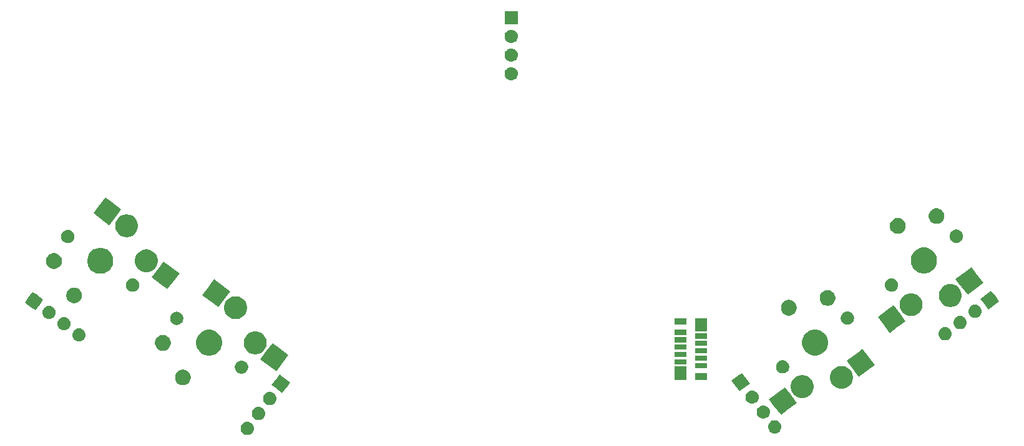
<source format=gbr>
G04 #@! TF.GenerationSoftware,KiCad,Pcbnew,(5.1.4)-1*
G04 #@! TF.CreationDate,2023-12-29T13:05:48-05:00*
G04 #@! TF.ProjectId,ThumbsUp,5468756d-6273-4557-902e-6b696361645f,rev?*
G04 #@! TF.SameCoordinates,Original*
G04 #@! TF.FileFunction,Soldermask,Bot*
G04 #@! TF.FilePolarity,Negative*
%FSLAX46Y46*%
G04 Gerber Fmt 4.6, Leading zero omitted, Abs format (unit mm)*
G04 Created by KiCad (PCBNEW (5.1.4)-1) date 2023-12-29 13:05:48*
%MOMM*%
%LPD*%
G04 APERTURE LIST*
%ADD10C,0.100000*%
G04 APERTURE END LIST*
D10*
G36*
X119344726Y-19106954D02*
G01*
X119410911Y-19113473D01*
X119580750Y-19164993D01*
X119737275Y-19248658D01*
X119773013Y-19277988D01*
X119874470Y-19361250D01*
X119952530Y-19456368D01*
X119987062Y-19498445D01*
X120070727Y-19654970D01*
X120122247Y-19824809D01*
X120139643Y-20001436D01*
X120122247Y-20178063D01*
X120070727Y-20347902D01*
X119987062Y-20504427D01*
X119957732Y-20540165D01*
X119874470Y-20641622D01*
X119798663Y-20703834D01*
X119737275Y-20754214D01*
X119580750Y-20837879D01*
X119410911Y-20889399D01*
X119344726Y-20895918D01*
X119278544Y-20902436D01*
X119190024Y-20902436D01*
X119123841Y-20895917D01*
X119057657Y-20889399D01*
X118887818Y-20837879D01*
X118731293Y-20754214D01*
X118669905Y-20703834D01*
X118594098Y-20641622D01*
X118510836Y-20540165D01*
X118481506Y-20504427D01*
X118397841Y-20347902D01*
X118346321Y-20178063D01*
X118328925Y-20001436D01*
X118346321Y-19824809D01*
X118397841Y-19654970D01*
X118481506Y-19498445D01*
X118516038Y-19456368D01*
X118594098Y-19361250D01*
X118695555Y-19277988D01*
X118731293Y-19248658D01*
X118887818Y-19164993D01*
X119057657Y-19113473D01*
X119123842Y-19106954D01*
X119190024Y-19100436D01*
X119278544Y-19100436D01*
X119344726Y-19106954D01*
X119344726Y-19106954D01*
G37*
G36*
X190904085Y-18908352D02*
G01*
X190970270Y-18914871D01*
X191140109Y-18966391D01*
X191296634Y-19050056D01*
X191332372Y-19079386D01*
X191433829Y-19162648D01*
X191517091Y-19264105D01*
X191546421Y-19299843D01*
X191630086Y-19456368D01*
X191681606Y-19626207D01*
X191699002Y-19802834D01*
X191681606Y-19979461D01*
X191630086Y-20149300D01*
X191546421Y-20305825D01*
X191517091Y-20341563D01*
X191433829Y-20443020D01*
X191359003Y-20504427D01*
X191296634Y-20555612D01*
X191140109Y-20639277D01*
X190970270Y-20690797D01*
X190904085Y-20697316D01*
X190837903Y-20703834D01*
X190749383Y-20703834D01*
X190683201Y-20697316D01*
X190617016Y-20690797D01*
X190447177Y-20639277D01*
X190290652Y-20555612D01*
X190228283Y-20504427D01*
X190153457Y-20443020D01*
X190070195Y-20341563D01*
X190040865Y-20305825D01*
X189957200Y-20149300D01*
X189905680Y-19979461D01*
X189888284Y-19802834D01*
X189905680Y-19626207D01*
X189957200Y-19456368D01*
X190040865Y-19299843D01*
X190070195Y-19264105D01*
X190153457Y-19162648D01*
X190254914Y-19079386D01*
X190290652Y-19050056D01*
X190447177Y-18966391D01*
X190617016Y-18914871D01*
X190683201Y-18908352D01*
X190749383Y-18901834D01*
X190837903Y-18901834D01*
X190904085Y-18908352D01*
X190904085Y-18908352D01*
G37*
G36*
X120873336Y-17078419D02*
G01*
X120939521Y-17084938D01*
X121109360Y-17136458D01*
X121265885Y-17220123D01*
X121301623Y-17249453D01*
X121403080Y-17332715D01*
X121481140Y-17427833D01*
X121515672Y-17469910D01*
X121599337Y-17626435D01*
X121650857Y-17796274D01*
X121668253Y-17972901D01*
X121650857Y-18149528D01*
X121599337Y-18319367D01*
X121515672Y-18475892D01*
X121486342Y-18511630D01*
X121403080Y-18613087D01*
X121327273Y-18675299D01*
X121265885Y-18725679D01*
X121109360Y-18809344D01*
X120939521Y-18860864D01*
X120873337Y-18867382D01*
X120807154Y-18873901D01*
X120718634Y-18873901D01*
X120652452Y-18867383D01*
X120586267Y-18860864D01*
X120416428Y-18809344D01*
X120259903Y-18725679D01*
X120198515Y-18675299D01*
X120122708Y-18613087D01*
X120039446Y-18511630D01*
X120010116Y-18475892D01*
X119926451Y-18319367D01*
X119874931Y-18149528D01*
X119857535Y-17972901D01*
X119874931Y-17796274D01*
X119926451Y-17626435D01*
X120010116Y-17469910D01*
X120044648Y-17427833D01*
X120122708Y-17332715D01*
X120224165Y-17249453D01*
X120259903Y-17220123D01*
X120416428Y-17136458D01*
X120586267Y-17084938D01*
X120652452Y-17078419D01*
X120718634Y-17071901D01*
X120807154Y-17071901D01*
X120873336Y-17078419D01*
X120873336Y-17078419D01*
G37*
G36*
X189375476Y-16879818D02*
G01*
X189441660Y-16886336D01*
X189611499Y-16937856D01*
X189768024Y-17021521D01*
X189803762Y-17050851D01*
X189905219Y-17134113D01*
X189988481Y-17235570D01*
X190017811Y-17271308D01*
X190101476Y-17427833D01*
X190152996Y-17597672D01*
X190170392Y-17774299D01*
X190152996Y-17950926D01*
X190101476Y-18120765D01*
X190017811Y-18277290D01*
X189988481Y-18313028D01*
X189905219Y-18414485D01*
X189830393Y-18475892D01*
X189768024Y-18527077D01*
X189611499Y-18610742D01*
X189441660Y-18662262D01*
X189375476Y-18668780D01*
X189309293Y-18675299D01*
X189220773Y-18675299D01*
X189154590Y-18668780D01*
X189088406Y-18662262D01*
X188918567Y-18610742D01*
X188762042Y-18527077D01*
X188699673Y-18475892D01*
X188624847Y-18414485D01*
X188541585Y-18313028D01*
X188512255Y-18277290D01*
X188428590Y-18120765D01*
X188377070Y-17950926D01*
X188359674Y-17774299D01*
X188377070Y-17597672D01*
X188428590Y-17427833D01*
X188512255Y-17271308D01*
X188541585Y-17235570D01*
X188624847Y-17134113D01*
X188726304Y-17050851D01*
X188762042Y-17021521D01*
X188918567Y-16937856D01*
X189088406Y-16886336D01*
X189154590Y-16879818D01*
X189220773Y-16873299D01*
X189309293Y-16873299D01*
X189375476Y-16879818D01*
X189375476Y-16879818D01*
G37*
G36*
X192930902Y-15399297D02*
G01*
X193805137Y-16559445D01*
X193805137Y-16559446D01*
X192652751Y-17427831D01*
X191647224Y-18185550D01*
X191647223Y-18185550D01*
X190707019Y-16937856D01*
X190021119Y-16027637D01*
X190021119Y-16027636D01*
X191251713Y-15100317D01*
X192179032Y-14401532D01*
X192179033Y-14401532D01*
X192930902Y-15399297D01*
X192930902Y-15399297D01*
G37*
G36*
X122401946Y-15049885D02*
G01*
X122468131Y-15056404D01*
X122637970Y-15107924D01*
X122794495Y-15191589D01*
X122830233Y-15220919D01*
X122931690Y-15304181D01*
X123009750Y-15399299D01*
X123044282Y-15441376D01*
X123127947Y-15597901D01*
X123179467Y-15767740D01*
X123196863Y-15944367D01*
X123179467Y-16120994D01*
X123127947Y-16290833D01*
X123044282Y-16447358D01*
X123014952Y-16483096D01*
X122931690Y-16584553D01*
X122855883Y-16646765D01*
X122794495Y-16697145D01*
X122637970Y-16780810D01*
X122468131Y-16832330D01*
X122401946Y-16838849D01*
X122335764Y-16845367D01*
X122247244Y-16845367D01*
X122181062Y-16838849D01*
X122114877Y-16832330D01*
X121945038Y-16780810D01*
X121788513Y-16697145D01*
X121727125Y-16646765D01*
X121651318Y-16584553D01*
X121568056Y-16483096D01*
X121538726Y-16447358D01*
X121455061Y-16290833D01*
X121403541Y-16120994D01*
X121386145Y-15944367D01*
X121403541Y-15767740D01*
X121455061Y-15597901D01*
X121538726Y-15441376D01*
X121573258Y-15399299D01*
X121651318Y-15304181D01*
X121752775Y-15220919D01*
X121788513Y-15191589D01*
X121945038Y-15107924D01*
X122114877Y-15056404D01*
X122181061Y-15049886D01*
X122247244Y-15043367D01*
X122335764Y-15043367D01*
X122401946Y-15049885D01*
X122401946Y-15049885D01*
G37*
G36*
X187846865Y-14851283D02*
G01*
X187913050Y-14857802D01*
X188082889Y-14909322D01*
X188239414Y-14992987D01*
X188275152Y-15022317D01*
X188376609Y-15105579D01*
X188459871Y-15207036D01*
X188489201Y-15242774D01*
X188572866Y-15399299D01*
X188624386Y-15569138D01*
X188641782Y-15745765D01*
X188624386Y-15922392D01*
X188572866Y-16092231D01*
X188489201Y-16248756D01*
X188459871Y-16284494D01*
X188376609Y-16385951D01*
X188301783Y-16447358D01*
X188239414Y-16498543D01*
X188082889Y-16582208D01*
X187913050Y-16633728D01*
X187846866Y-16640246D01*
X187780683Y-16646765D01*
X187692163Y-16646765D01*
X187625980Y-16640246D01*
X187559796Y-16633728D01*
X187389957Y-16582208D01*
X187233432Y-16498543D01*
X187171063Y-16447358D01*
X187096237Y-16385951D01*
X187012975Y-16284494D01*
X186983645Y-16248756D01*
X186899980Y-16092231D01*
X186848460Y-15922392D01*
X186831064Y-15745765D01*
X186848460Y-15569138D01*
X186899980Y-15399299D01*
X186983645Y-15242774D01*
X187012975Y-15207036D01*
X187096237Y-15105579D01*
X187197694Y-15022317D01*
X187233432Y-14992987D01*
X187389957Y-14909322D01*
X187559796Y-14857802D01*
X187625981Y-14851283D01*
X187692163Y-14844765D01*
X187780683Y-14844765D01*
X187846865Y-14851283D01*
X187846865Y-14851283D01*
G37*
G36*
X194831245Y-12801399D02*
G01*
X194981070Y-12831201D01*
X195263334Y-12948118D01*
X195517365Y-13117856D01*
X195733401Y-13333892D01*
X195903139Y-13587923D01*
X196020056Y-13870187D01*
X196079660Y-14169837D01*
X196079660Y-14475357D01*
X196020056Y-14775007D01*
X195903139Y-15057271D01*
X195733401Y-15311302D01*
X195517365Y-15527338D01*
X195263334Y-15697076D01*
X194981070Y-15813993D01*
X194831245Y-15843795D01*
X194681421Y-15873597D01*
X194375899Y-15873597D01*
X194226075Y-15843795D01*
X194076250Y-15813993D01*
X193793986Y-15697076D01*
X193539955Y-15527338D01*
X193323919Y-15311302D01*
X193154181Y-15057271D01*
X193037264Y-14775007D01*
X192977660Y-14475357D01*
X192977660Y-14169837D01*
X193037264Y-13870187D01*
X193154181Y-13587923D01*
X193323919Y-13333892D01*
X193539955Y-13117856D01*
X193793986Y-12948118D01*
X194076250Y-12831201D01*
X194226075Y-12801399D01*
X194375899Y-12771597D01*
X194681421Y-12771597D01*
X194831245Y-12801399D01*
X194831245Y-12801399D01*
G37*
G36*
X124046297Y-12958100D02*
G01*
X125081920Y-13738497D01*
X125081920Y-13738498D01*
X124677441Y-14275260D01*
X123997450Y-15177639D01*
X123997449Y-15177639D01*
X123065491Y-14475358D01*
X122558308Y-14093169D01*
X122558308Y-14093168D01*
X123255261Y-13168280D01*
X123642778Y-12654027D01*
X123642779Y-12654027D01*
X124046297Y-12958100D01*
X124046297Y-12958100D01*
G37*
G36*
X186963769Y-13223281D02*
G01*
X187469619Y-13894566D01*
X187469619Y-13894567D01*
X186964420Y-14275261D01*
X186030478Y-14979037D01*
X186030477Y-14979037D01*
X185194900Y-13870188D01*
X184946007Y-13539896D01*
X184946007Y-13539895D01*
X185965574Y-12771597D01*
X186385148Y-12455425D01*
X186385149Y-12455425D01*
X186963769Y-13223281D01*
X186963769Y-13223281D01*
G37*
G36*
X200148415Y-11549322D02*
G01*
X200298240Y-11579124D01*
X200580504Y-11696041D01*
X200834535Y-11865779D01*
X201050571Y-12081815D01*
X201220309Y-12335846D01*
X201337226Y-12618110D01*
X201396830Y-12917760D01*
X201396830Y-13223280D01*
X201337226Y-13522930D01*
X201220309Y-13805194D01*
X201050571Y-14059225D01*
X200834535Y-14275261D01*
X200580504Y-14444999D01*
X200298240Y-14561916D01*
X200148415Y-14591718D01*
X199998591Y-14621520D01*
X199693069Y-14621520D01*
X199543245Y-14591718D01*
X199393420Y-14561916D01*
X199111156Y-14444999D01*
X198857125Y-14275261D01*
X198641089Y-14059225D01*
X198471351Y-13805194D01*
X198354434Y-13522930D01*
X198294830Y-13223280D01*
X198294830Y-12917760D01*
X198354434Y-12618110D01*
X198471351Y-12335846D01*
X198641089Y-12081815D01*
X198857125Y-11865779D01*
X199111156Y-11696041D01*
X199393420Y-11579124D01*
X199543245Y-11549322D01*
X199693069Y-11519520D01*
X199998591Y-11519520D01*
X200148415Y-11549322D01*
X200148415Y-11549322D01*
G37*
G36*
X110817786Y-12037193D02*
G01*
X111011967Y-12117626D01*
X111011969Y-12117627D01*
X111186728Y-12234397D01*
X111335348Y-12383017D01*
X111365321Y-12427875D01*
X111452119Y-12557778D01*
X111532552Y-12751959D01*
X111573555Y-12958098D01*
X111573555Y-13168282D01*
X111532552Y-13374421D01*
X111452119Y-13568602D01*
X111452118Y-13568604D01*
X111335348Y-13743363D01*
X111186728Y-13891983D01*
X111011969Y-14008753D01*
X111011968Y-14008754D01*
X111011967Y-14008754D01*
X110817786Y-14089187D01*
X110611647Y-14130190D01*
X110401463Y-14130190D01*
X110195324Y-14089187D01*
X110001143Y-14008754D01*
X110001142Y-14008754D01*
X110001141Y-14008753D01*
X109826382Y-13891983D01*
X109677762Y-13743363D01*
X109560992Y-13568604D01*
X109560991Y-13568602D01*
X109480558Y-13374421D01*
X109439555Y-13168282D01*
X109439555Y-12958098D01*
X109480558Y-12751959D01*
X109560991Y-12557778D01*
X109647789Y-12427875D01*
X109677762Y-12383017D01*
X109826382Y-12234397D01*
X110001141Y-12117627D01*
X110001143Y-12117626D01*
X110195324Y-12037193D01*
X110401463Y-11996190D01*
X110611647Y-11996190D01*
X110817786Y-12037193D01*
X110817786Y-12037193D01*
G37*
G36*
X178821000Y-13401000D02*
G01*
X177219000Y-13401000D01*
X177219000Y-11599000D01*
X178821000Y-11599000D01*
X178821000Y-13401000D01*
X178821000Y-13401000D01*
G37*
G36*
X181621000Y-13401000D02*
G01*
X180019000Y-13401000D01*
X180019000Y-12499000D01*
X181621000Y-12499000D01*
X181621000Y-13401000D01*
X181621000Y-13401000D01*
G37*
G36*
X203551227Y-10301000D02*
G01*
X204353371Y-11365480D01*
X204353371Y-11365481D01*
X203437242Y-12055833D01*
X202195458Y-12991585D01*
X202195457Y-12991585D01*
X200994718Y-11398150D01*
X200569353Y-10833672D01*
X200569353Y-10833671D01*
X202087067Y-9689992D01*
X202727266Y-9207567D01*
X202727267Y-9207567D01*
X203551227Y-10301000D01*
X203551227Y-10301000D01*
G37*
G36*
X118625711Y-10776652D02*
G01*
X118712834Y-10793982D01*
X118822257Y-10839307D01*
X118876970Y-10861970D01*
X118975893Y-10928068D01*
X119024687Y-10960671D01*
X119150311Y-11086295D01*
X119150313Y-11086298D01*
X119249012Y-11234012D01*
X119249012Y-11234013D01*
X119317000Y-11398148D01*
X119317000Y-11398150D01*
X119345175Y-11539793D01*
X119351659Y-11572394D01*
X119351659Y-11750052D01*
X119317000Y-11924298D01*
X119287221Y-11996190D01*
X119249012Y-12088434D01*
X119172096Y-12203547D01*
X119150311Y-12236151D01*
X119024687Y-12361775D01*
X119024684Y-12361777D01*
X118876970Y-12460476D01*
X118822257Y-12483139D01*
X118712834Y-12528464D01*
X118625711Y-12545793D01*
X118538590Y-12563123D01*
X118360928Y-12563123D01*
X118273807Y-12545794D01*
X118186684Y-12528464D01*
X118077261Y-12483139D01*
X118022548Y-12460476D01*
X117874834Y-12361777D01*
X117874831Y-12361775D01*
X117749207Y-12236151D01*
X117727422Y-12203547D01*
X117650506Y-12088434D01*
X117612297Y-11996190D01*
X117582518Y-11924298D01*
X117547859Y-11750052D01*
X117547859Y-11572394D01*
X117554344Y-11539793D01*
X117582518Y-11398150D01*
X117582518Y-11398148D01*
X117650506Y-11234013D01*
X117650506Y-11234012D01*
X117749205Y-11086298D01*
X117749207Y-11086295D01*
X117874831Y-10960671D01*
X117923625Y-10928068D01*
X118022548Y-10861970D01*
X118077261Y-10839307D01*
X118186684Y-10793982D01*
X118273807Y-10776652D01*
X118360928Y-10759323D01*
X118538590Y-10759323D01*
X118625711Y-10776652D01*
X118625711Y-10776652D01*
G37*
G36*
X192048488Y-10744051D02*
G01*
X192135611Y-10761381D01*
X192231258Y-10801000D01*
X192299747Y-10829369D01*
X192446469Y-10927405D01*
X192447464Y-10928070D01*
X192573088Y-11053694D01*
X192573090Y-11053697D01*
X192671789Y-11201411D01*
X192671789Y-11201412D01*
X192739777Y-11365547D01*
X192746262Y-11398150D01*
X192774436Y-11539791D01*
X192774436Y-11717453D01*
X192767951Y-11750054D01*
X192739777Y-11891697D01*
X192696494Y-11996190D01*
X192671789Y-12055833D01*
X192573753Y-12202555D01*
X192573088Y-12203550D01*
X192447464Y-12329174D01*
X192447461Y-12329176D01*
X192299747Y-12427875D01*
X192245034Y-12450538D01*
X192135611Y-12495863D01*
X192048488Y-12513193D01*
X191961367Y-12530522D01*
X191783705Y-12530522D01*
X191696584Y-12513193D01*
X191609461Y-12495863D01*
X191500038Y-12450538D01*
X191445325Y-12427875D01*
X191297611Y-12329176D01*
X191297608Y-12329174D01*
X191171984Y-12203550D01*
X191171319Y-12202555D01*
X191073283Y-12055833D01*
X191048578Y-11996190D01*
X191005295Y-11891697D01*
X190977121Y-11750054D01*
X190970636Y-11717453D01*
X190970636Y-11539791D01*
X190998810Y-11398150D01*
X191005295Y-11365547D01*
X191073283Y-11201412D01*
X191073283Y-11201411D01*
X191171982Y-11053697D01*
X191171984Y-11053694D01*
X191297608Y-10928070D01*
X191298603Y-10927405D01*
X191445325Y-10829369D01*
X191513814Y-10801000D01*
X191609461Y-10761381D01*
X191696584Y-10744051D01*
X191783705Y-10726722D01*
X191961367Y-10726722D01*
X192048488Y-10744051D01*
X192048488Y-10744051D01*
G37*
G36*
X123584194Y-9143152D02*
G01*
X124814788Y-10070471D01*
X124814788Y-10070472D01*
X124414041Y-10602281D01*
X123188684Y-12228385D01*
X123188683Y-12228385D01*
X122247988Y-11519520D01*
X121030770Y-10602281D01*
X121030770Y-10602280D01*
X121878971Y-9476680D01*
X122656874Y-8444367D01*
X122656875Y-8444367D01*
X123584194Y-9143152D01*
X123584194Y-9143152D01*
G37*
G36*
X181621000Y-11801000D02*
G01*
X180019000Y-11801000D01*
X180019000Y-11099000D01*
X181621000Y-11099000D01*
X181621000Y-11801000D01*
X181621000Y-11801000D01*
G37*
G36*
X178821000Y-11301000D02*
G01*
X177219000Y-11301000D01*
X177219000Y-10599000D01*
X178821000Y-10599000D01*
X178821000Y-11301000D01*
X178821000Y-11301000D01*
G37*
G36*
X181621000Y-10801000D02*
G01*
X180019000Y-10801000D01*
X180019000Y-10099000D01*
X181621000Y-10099000D01*
X181621000Y-10801000D01*
X181621000Y-10801000D01*
G37*
G36*
X178821000Y-10301000D02*
G01*
X177219000Y-10301000D01*
X177219000Y-9599000D01*
X178821000Y-9599000D01*
X178821000Y-10301000D01*
X178821000Y-10301000D01*
G37*
G36*
X114572240Y-6653587D02*
G01*
X114893540Y-6786674D01*
X114893542Y-6786675D01*
X115182704Y-6979887D01*
X115428617Y-7225800D01*
X115601391Y-7484374D01*
X115621830Y-7514964D01*
X115754917Y-7836264D01*
X115822764Y-8177352D01*
X115822764Y-8525128D01*
X115754917Y-8866216D01*
X115658037Y-9100104D01*
X115621829Y-9187518D01*
X115428617Y-9476680D01*
X115182704Y-9722593D01*
X114893542Y-9915805D01*
X114893541Y-9915806D01*
X114893540Y-9915806D01*
X114572240Y-10048893D01*
X114231152Y-10116740D01*
X113883376Y-10116740D01*
X113542288Y-10048893D01*
X113220988Y-9915806D01*
X113220987Y-9915806D01*
X113220986Y-9915805D01*
X112931824Y-9722593D01*
X112685911Y-9476680D01*
X112492699Y-9187518D01*
X112456491Y-9100104D01*
X112359611Y-8866216D01*
X112291764Y-8525128D01*
X112291764Y-8177352D01*
X112359611Y-7836264D01*
X112492698Y-7514964D01*
X112513138Y-7484374D01*
X112685911Y-7225800D01*
X112931824Y-6979887D01*
X113220986Y-6786675D01*
X113220988Y-6786674D01*
X113542288Y-6653587D01*
X113883376Y-6585740D01*
X114231152Y-6585740D01*
X114572240Y-6653587D01*
X114572240Y-6653587D01*
G37*
G36*
X196780007Y-6620986D02*
G01*
X197101307Y-6754073D01*
X197101309Y-6754074D01*
X197390471Y-6947286D01*
X197636384Y-7193199D01*
X197795556Y-7431416D01*
X197829597Y-7482363D01*
X197962684Y-7803663D01*
X198030531Y-8144751D01*
X198030531Y-8492527D01*
X197962684Y-8833615D01*
X197829597Y-9154915D01*
X197829596Y-9154917D01*
X197636384Y-9444079D01*
X197390471Y-9689992D01*
X197101309Y-9883204D01*
X197101308Y-9883205D01*
X197101307Y-9883205D01*
X196780007Y-10016292D01*
X196438919Y-10084139D01*
X196091143Y-10084139D01*
X195750055Y-10016292D01*
X195428755Y-9883205D01*
X195428754Y-9883205D01*
X195428753Y-9883204D01*
X195139591Y-9689992D01*
X194893678Y-9444079D01*
X194700466Y-9154917D01*
X194700465Y-9154915D01*
X194567378Y-8833615D01*
X194499531Y-8492527D01*
X194499531Y-8144751D01*
X194567378Y-7803663D01*
X194700465Y-7482363D01*
X194734507Y-7431416D01*
X194893678Y-7193199D01*
X195139591Y-6947286D01*
X195428753Y-6754074D01*
X195428755Y-6754073D01*
X195750055Y-6620986D01*
X196091143Y-6553139D01*
X196438919Y-6553139D01*
X196780007Y-6620986D01*
X196780007Y-6620986D01*
G37*
G36*
X120609833Y-6844234D02*
G01*
X120759658Y-6874036D01*
X121041922Y-6990953D01*
X121295953Y-7160691D01*
X121511989Y-7376727D01*
X121681727Y-7630758D01*
X121798644Y-7913022D01*
X121798644Y-7913023D01*
X121858248Y-8212671D01*
X121858248Y-8518193D01*
X121842174Y-8599000D01*
X121798644Y-8817842D01*
X121681727Y-9100106D01*
X121511989Y-9354137D01*
X121295953Y-9570173D01*
X121041922Y-9739911D01*
X120759658Y-9856828D01*
X120627057Y-9883204D01*
X120460009Y-9916432D01*
X120154487Y-9916432D01*
X119987439Y-9883204D01*
X119854838Y-9856828D01*
X119572574Y-9739911D01*
X119318543Y-9570173D01*
X119102507Y-9354137D01*
X118932769Y-9100106D01*
X118815852Y-8817842D01*
X118772322Y-8599000D01*
X118756248Y-8518193D01*
X118756248Y-8212671D01*
X118815852Y-7913023D01*
X118815852Y-7913022D01*
X118932769Y-7630758D01*
X119102507Y-7376727D01*
X119318543Y-7160691D01*
X119572574Y-6990953D01*
X119854838Y-6874036D01*
X120004663Y-6844234D01*
X120154487Y-6814432D01*
X120460009Y-6814432D01*
X120609833Y-6844234D01*
X120609833Y-6844234D01*
G37*
G36*
X181621000Y-9801000D02*
G01*
X180019000Y-9801000D01*
X180019000Y-9099000D01*
X181621000Y-9099000D01*
X181621000Y-9801000D01*
X181621000Y-9801000D01*
G37*
G36*
X108088420Y-7350983D02*
G01*
X108282601Y-7431416D01*
X108282603Y-7431417D01*
X108457362Y-7548187D01*
X108605982Y-7696807D01*
X108699163Y-7836263D01*
X108722753Y-7871568D01*
X108803186Y-8065749D01*
X108844189Y-8271888D01*
X108844189Y-8482072D01*
X108803186Y-8688211D01*
X108742957Y-8833615D01*
X108722752Y-8882394D01*
X108605982Y-9057153D01*
X108457362Y-9205773D01*
X108282603Y-9322543D01*
X108282602Y-9322544D01*
X108282601Y-9322544D01*
X108088420Y-9402977D01*
X107882281Y-9443980D01*
X107672097Y-9443980D01*
X107465958Y-9402977D01*
X107271777Y-9322544D01*
X107271776Y-9322544D01*
X107271775Y-9322543D01*
X107097016Y-9205773D01*
X106948396Y-9057153D01*
X106831626Y-8882394D01*
X106811421Y-8833615D01*
X106751192Y-8688211D01*
X106710189Y-8482072D01*
X106710189Y-8271888D01*
X106751192Y-8065749D01*
X106831625Y-7871568D01*
X106855215Y-7836263D01*
X106948396Y-7696807D01*
X107097016Y-7548187D01*
X107271775Y-7431417D01*
X107271777Y-7431416D01*
X107465958Y-7350983D01*
X107672097Y-7309980D01*
X107882281Y-7309980D01*
X108088420Y-7350983D01*
X108088420Y-7350983D01*
G37*
G36*
X178821000Y-9301000D02*
G01*
X177219000Y-9301000D01*
X177219000Y-8599000D01*
X178821000Y-8599000D01*
X178821000Y-9301000D01*
X178821000Y-9301000D01*
G37*
G36*
X181621000Y-8801000D02*
G01*
X180019000Y-8801000D01*
X180019000Y-8099000D01*
X181621000Y-8099000D01*
X181621000Y-8801000D01*
X181621000Y-8801000D01*
G37*
G36*
X178821000Y-8301000D02*
G01*
X177219000Y-8301000D01*
X177219000Y-7599000D01*
X178821000Y-7599000D01*
X178821000Y-8301000D01*
X178821000Y-8301000D01*
G37*
G36*
X96503060Y-6397029D02*
G01*
X96569245Y-6403548D01*
X96739084Y-6455068D01*
X96895609Y-6538733D01*
X96931347Y-6568063D01*
X97032804Y-6651325D01*
X97116066Y-6752782D01*
X97145396Y-6788520D01*
X97229061Y-6945045D01*
X97280581Y-7114884D01*
X97297977Y-7291511D01*
X97280581Y-7468138D01*
X97229061Y-7637977D01*
X97145396Y-7794502D01*
X97116066Y-7830240D01*
X97032804Y-7931697D01*
X96931347Y-8014959D01*
X96895609Y-8044289D01*
X96739084Y-8127954D01*
X96569245Y-8179474D01*
X96503061Y-8185992D01*
X96436878Y-8192511D01*
X96348358Y-8192511D01*
X96282175Y-8185992D01*
X96215991Y-8179474D01*
X96046152Y-8127954D01*
X95889627Y-8044289D01*
X95853889Y-8014959D01*
X95752432Y-7931697D01*
X95669170Y-7830240D01*
X95639840Y-7794502D01*
X95556175Y-7637977D01*
X95504655Y-7468138D01*
X95487259Y-7291511D01*
X95504655Y-7114884D01*
X95556175Y-6945045D01*
X95639840Y-6788520D01*
X95669170Y-6752782D01*
X95752432Y-6651325D01*
X95853889Y-6568063D01*
X95889627Y-6538733D01*
X96046152Y-6455068D01*
X96215991Y-6403548D01*
X96282175Y-6397030D01*
X96348358Y-6390511D01*
X96436878Y-6390511D01*
X96503060Y-6397029D01*
X96503060Y-6397029D01*
G37*
G36*
X214025584Y-6243425D02*
G01*
X214091768Y-6249943D01*
X214261607Y-6301463D01*
X214418132Y-6385128D01*
X214453870Y-6414458D01*
X214555327Y-6497720D01*
X214627562Y-6585740D01*
X214667919Y-6634915D01*
X214751584Y-6791440D01*
X214803104Y-6961279D01*
X214820500Y-7137906D01*
X214803104Y-7314533D01*
X214751584Y-7484372D01*
X214667919Y-7640897D01*
X214638589Y-7676635D01*
X214555327Y-7778092D01*
X214453870Y-7861354D01*
X214418132Y-7890684D01*
X214261607Y-7974349D01*
X214091768Y-8025869D01*
X214025583Y-8032388D01*
X213959401Y-8038906D01*
X213870881Y-8038906D01*
X213804699Y-8032388D01*
X213738514Y-8025869D01*
X213568675Y-7974349D01*
X213412150Y-7890684D01*
X213376412Y-7861354D01*
X213274955Y-7778092D01*
X213191693Y-7676635D01*
X213162363Y-7640897D01*
X213078698Y-7484372D01*
X213027178Y-7314533D01*
X213009782Y-7137906D01*
X213027178Y-6961279D01*
X213078698Y-6791440D01*
X213162363Y-6634915D01*
X213202720Y-6585740D01*
X213274955Y-6497720D01*
X213376412Y-6414458D01*
X213412150Y-6385128D01*
X213568675Y-6301463D01*
X213738514Y-6249943D01*
X213804699Y-6243424D01*
X213870881Y-6236906D01*
X213959401Y-6236906D01*
X214025584Y-6243425D01*
X214025584Y-6243425D01*
G37*
G36*
X181621000Y-7801000D02*
G01*
X180019000Y-7801000D01*
X180019000Y-7099000D01*
X181621000Y-7099000D01*
X181621000Y-7801000D01*
X181621000Y-7801000D01*
G37*
G36*
X178821000Y-7301000D02*
G01*
X177219000Y-7301000D01*
X177219000Y-6599000D01*
X178821000Y-6599000D01*
X178821000Y-7301000D01*
X178821000Y-7301000D01*
G37*
G36*
X207833585Y-4435482D02*
G01*
X208579894Y-5425867D01*
X208579894Y-5425868D01*
X207465144Y-6265892D01*
X206421981Y-7051972D01*
X206421980Y-7051972D01*
X205315471Y-5583584D01*
X204795876Y-4894059D01*
X204795876Y-4894058D01*
X206026470Y-3966739D01*
X206953789Y-3267954D01*
X206953790Y-3267954D01*
X207833585Y-4435482D01*
X207833585Y-4435482D01*
G37*
G36*
X181621000Y-6801000D02*
G01*
X180019000Y-6801000D01*
X180019000Y-4999000D01*
X181621000Y-4999000D01*
X181621000Y-6801000D01*
X181621000Y-6801000D01*
G37*
G36*
X94474525Y-4868419D02*
G01*
X94540710Y-4874938D01*
X94710549Y-4926458D01*
X94867074Y-5010123D01*
X94902812Y-5039453D01*
X95004269Y-5122715D01*
X95087531Y-5224172D01*
X95116861Y-5259910D01*
X95200526Y-5416435D01*
X95252046Y-5586274D01*
X95269442Y-5762901D01*
X95252046Y-5939528D01*
X95200526Y-6109367D01*
X95116861Y-6265892D01*
X95087668Y-6301463D01*
X95004269Y-6403087D01*
X94902812Y-6486349D01*
X94867074Y-6515679D01*
X94710549Y-6599344D01*
X94540710Y-6650864D01*
X94474525Y-6657383D01*
X94408343Y-6663901D01*
X94319823Y-6663901D01*
X94253641Y-6657383D01*
X94187456Y-6650864D01*
X94017617Y-6599344D01*
X93861092Y-6515679D01*
X93825354Y-6486349D01*
X93723897Y-6403087D01*
X93640498Y-6301463D01*
X93611305Y-6265892D01*
X93527640Y-6109367D01*
X93476120Y-5939528D01*
X93458724Y-5762901D01*
X93476120Y-5586274D01*
X93527640Y-5416435D01*
X93611305Y-5259910D01*
X93640635Y-5224172D01*
X93723897Y-5122715D01*
X93825354Y-5039453D01*
X93861092Y-5010123D01*
X94017617Y-4926458D01*
X94187456Y-4874938D01*
X94253641Y-4868419D01*
X94319823Y-4861901D01*
X94408343Y-4861901D01*
X94474525Y-4868419D01*
X94474525Y-4868419D01*
G37*
G36*
X216054119Y-4714815D02*
G01*
X216120303Y-4721333D01*
X216290142Y-4772853D01*
X216446667Y-4856518D01*
X216482405Y-4885848D01*
X216583862Y-4969110D01*
X216667124Y-5070567D01*
X216696454Y-5106305D01*
X216780119Y-5262830D01*
X216831639Y-5432669D01*
X216849035Y-5609296D01*
X216831639Y-5785923D01*
X216780119Y-5955762D01*
X216696454Y-6112287D01*
X216667124Y-6148025D01*
X216583862Y-6249482D01*
X216482405Y-6332744D01*
X216446667Y-6362074D01*
X216290142Y-6445739D01*
X216120303Y-6497259D01*
X216054119Y-6503777D01*
X215987936Y-6510296D01*
X215899416Y-6510296D01*
X215833233Y-6503777D01*
X215767049Y-6497259D01*
X215597210Y-6445739D01*
X215440685Y-6362074D01*
X215404947Y-6332744D01*
X215303490Y-6249482D01*
X215220228Y-6148025D01*
X215190898Y-6112287D01*
X215107233Y-5955762D01*
X215055713Y-5785923D01*
X215038317Y-5609296D01*
X215055713Y-5432669D01*
X215107233Y-5262830D01*
X215190898Y-5106305D01*
X215220228Y-5070567D01*
X215303490Y-4969110D01*
X215404947Y-4885848D01*
X215440685Y-4856518D01*
X215597210Y-4772853D01*
X215767049Y-4721333D01*
X215833233Y-4714815D01*
X215899416Y-4708296D01*
X215987936Y-4708296D01*
X216054119Y-4714815D01*
X216054119Y-4714815D01*
G37*
G36*
X109840721Y-4156687D02*
G01*
X109927844Y-4174016D01*
X110013274Y-4209403D01*
X110091980Y-4242004D01*
X110190903Y-4308102D01*
X110239697Y-4340705D01*
X110365321Y-4466329D01*
X110365323Y-4466332D01*
X110464022Y-4614046D01*
X110471743Y-4632686D01*
X110532010Y-4778182D01*
X110532010Y-4778184D01*
X110561504Y-4926458D01*
X110566669Y-4952428D01*
X110566669Y-5130086D01*
X110532010Y-5304332D01*
X110486685Y-5413755D01*
X110464022Y-5468468D01*
X110387106Y-5583581D01*
X110365321Y-5616185D01*
X110239697Y-5741809D01*
X110239694Y-5741811D01*
X110091980Y-5840510D01*
X110037267Y-5863173D01*
X109927844Y-5908498D01*
X109840721Y-5925828D01*
X109753600Y-5943157D01*
X109575938Y-5943157D01*
X109488817Y-5925827D01*
X109401694Y-5908498D01*
X109292271Y-5863173D01*
X109237558Y-5840510D01*
X109089844Y-5741811D01*
X109089841Y-5741809D01*
X108964217Y-5616185D01*
X108942432Y-5583581D01*
X108865516Y-5468468D01*
X108842853Y-5413755D01*
X108797528Y-5304332D01*
X108762869Y-5130086D01*
X108762869Y-4952428D01*
X108768035Y-4926458D01*
X108797528Y-4778184D01*
X108797528Y-4778182D01*
X108857795Y-4632686D01*
X108865516Y-4614046D01*
X108964215Y-4466332D01*
X108964217Y-4466329D01*
X109089841Y-4340705D01*
X109138635Y-4308102D01*
X109237558Y-4242004D01*
X109316264Y-4209403D01*
X109401694Y-4174016D01*
X109488817Y-4156687D01*
X109575938Y-4139357D01*
X109753600Y-4139357D01*
X109840721Y-4156687D01*
X109840721Y-4156687D01*
G37*
G36*
X200833478Y-4124085D02*
G01*
X200920601Y-4141415D01*
X201008255Y-4177723D01*
X201084737Y-4209403D01*
X201200661Y-4286861D01*
X201232454Y-4308104D01*
X201358078Y-4433728D01*
X201358080Y-4433731D01*
X201456779Y-4581445D01*
X201470283Y-4614046D01*
X201524767Y-4745581D01*
X201531252Y-4778184D01*
X201559426Y-4919825D01*
X201559426Y-5097487D01*
X201552941Y-5130088D01*
X201524767Y-5271731D01*
X201479442Y-5381154D01*
X201456779Y-5435867D01*
X201358743Y-5582589D01*
X201358078Y-5583584D01*
X201232454Y-5709208D01*
X201232451Y-5709210D01*
X201084737Y-5807909D01*
X201030024Y-5830572D01*
X200920601Y-5875897D01*
X200833478Y-5893226D01*
X200746357Y-5910556D01*
X200568695Y-5910556D01*
X200481574Y-5893226D01*
X200394451Y-5875897D01*
X200285028Y-5830572D01*
X200230315Y-5807909D01*
X200082601Y-5709210D01*
X200082598Y-5709208D01*
X199956974Y-5583584D01*
X199956309Y-5582589D01*
X199858273Y-5435867D01*
X199835610Y-5381154D01*
X199790285Y-5271731D01*
X199762111Y-5130088D01*
X199755626Y-5097487D01*
X199755626Y-4919825D01*
X199783800Y-4778184D01*
X199790285Y-4745581D01*
X199844769Y-4614046D01*
X199858273Y-4581445D01*
X199956972Y-4433731D01*
X199956974Y-4433728D01*
X200082598Y-4308104D01*
X200114391Y-4286861D01*
X200230315Y-4209403D01*
X200306797Y-4177723D01*
X200394451Y-4141415D01*
X200481574Y-4124085D01*
X200568695Y-4106756D01*
X200746357Y-4106756D01*
X200833478Y-4124085D01*
X200833478Y-4124085D01*
G37*
G36*
X178821000Y-5901000D02*
G01*
X177219000Y-5901000D01*
X177219000Y-4999000D01*
X178821000Y-4999000D01*
X178821000Y-5901000D01*
X178821000Y-5901000D01*
G37*
G36*
X117940648Y-2078161D02*
G01*
X118090473Y-2107963D01*
X118372737Y-2224880D01*
X118626768Y-2394618D01*
X118842804Y-2610654D01*
X119012542Y-2864685D01*
X119129459Y-3146949D01*
X119189063Y-3446599D01*
X119189063Y-3752119D01*
X119129459Y-4051769D01*
X119012542Y-4334033D01*
X118842804Y-4588064D01*
X118626768Y-4804100D01*
X118372737Y-4973838D01*
X118090473Y-5090755D01*
X117940648Y-5120557D01*
X117790824Y-5150359D01*
X117485302Y-5150359D01*
X117335478Y-5120557D01*
X117185653Y-5090755D01*
X116903389Y-4973838D01*
X116649358Y-4804100D01*
X116433322Y-4588064D01*
X116263584Y-4334033D01*
X116146667Y-4051769D01*
X116087063Y-3752119D01*
X116087063Y-3446599D01*
X116146667Y-3146949D01*
X116263584Y-2864685D01*
X116433322Y-2610654D01*
X116649358Y-2394618D01*
X116903389Y-2224880D01*
X117185653Y-2107963D01*
X117335478Y-2078161D01*
X117485302Y-2048359D01*
X117790824Y-2048359D01*
X117940648Y-2078161D01*
X117940648Y-2078161D01*
G37*
G36*
X92445991Y-3339809D02*
G01*
X92512176Y-3346328D01*
X92682015Y-3397848D01*
X92838540Y-3481513D01*
X92874278Y-3510843D01*
X92975735Y-3594105D01*
X93058997Y-3695562D01*
X93088327Y-3731300D01*
X93171992Y-3887825D01*
X93223512Y-4057664D01*
X93240908Y-4234291D01*
X93223512Y-4410918D01*
X93171992Y-4580757D01*
X93088327Y-4737282D01*
X93081516Y-4745581D01*
X92975735Y-4874477D01*
X92880752Y-4952426D01*
X92838540Y-4987069D01*
X92682015Y-5070734D01*
X92512176Y-5122254D01*
X92445991Y-5128773D01*
X92379809Y-5135291D01*
X92291289Y-5135291D01*
X92225106Y-5128772D01*
X92158922Y-5122254D01*
X91989083Y-5070734D01*
X91832558Y-4987069D01*
X91790346Y-4952426D01*
X91695363Y-4874477D01*
X91589582Y-4745581D01*
X91582771Y-4737282D01*
X91499106Y-4580757D01*
X91447586Y-4410918D01*
X91430190Y-4234291D01*
X91447586Y-4057664D01*
X91499106Y-3887825D01*
X91582771Y-3731300D01*
X91612101Y-3695562D01*
X91695363Y-3594105D01*
X91796820Y-3510843D01*
X91832558Y-3481513D01*
X91989083Y-3397848D01*
X92158922Y-3346328D01*
X92225107Y-3339809D01*
X92291289Y-3333291D01*
X92379809Y-3333291D01*
X92445991Y-3339809D01*
X92445991Y-3339809D01*
G37*
G36*
X218082652Y-3186204D02*
G01*
X218148837Y-3192723D01*
X218318676Y-3244243D01*
X218475201Y-3327908D01*
X218510939Y-3357238D01*
X218612396Y-3440500D01*
X218677987Y-3520424D01*
X218724988Y-3577695D01*
X218808653Y-3734220D01*
X218860173Y-3904059D01*
X218877569Y-4080686D01*
X218860173Y-4257313D01*
X218808653Y-4427152D01*
X218808652Y-4427154D01*
X218787712Y-4466329D01*
X218724988Y-4583677D01*
X218700065Y-4614046D01*
X218612396Y-4720872D01*
X218510982Y-4804099D01*
X218475201Y-4833464D01*
X218398474Y-4874476D01*
X218361839Y-4894058D01*
X218318676Y-4917129D01*
X218148837Y-4968649D01*
X218096151Y-4973838D01*
X218016470Y-4981686D01*
X217927950Y-4981686D01*
X217848269Y-4973838D01*
X217795583Y-4968649D01*
X217625744Y-4917129D01*
X217582582Y-4894058D01*
X217545946Y-4874476D01*
X217469219Y-4833464D01*
X217433438Y-4804099D01*
X217332024Y-4720872D01*
X217244355Y-4614046D01*
X217219432Y-4583677D01*
X217156708Y-4466329D01*
X217135768Y-4427154D01*
X217135767Y-4427152D01*
X217084247Y-4257313D01*
X217066851Y-4080686D01*
X217084247Y-3904059D01*
X217135767Y-3734220D01*
X217219432Y-3577695D01*
X217266433Y-3520424D01*
X217332024Y-3440500D01*
X217433481Y-3357238D01*
X217469219Y-3327908D01*
X217625744Y-3244243D01*
X217795583Y-3192723D01*
X217861768Y-3186204D01*
X217927950Y-3179686D01*
X218016470Y-3179686D01*
X218082652Y-3186204D01*
X218082652Y-3186204D01*
G37*
G36*
X209606002Y-1667821D02*
G01*
X209755827Y-1697623D01*
X210038091Y-1814540D01*
X210292122Y-1984278D01*
X210508158Y-2200314D01*
X210677896Y-2454345D01*
X210794813Y-2736609D01*
X210854417Y-3036259D01*
X210854417Y-3341779D01*
X210794813Y-3641429D01*
X210677896Y-3923693D01*
X210508158Y-4177724D01*
X210292122Y-4393760D01*
X210038091Y-4563498D01*
X209755827Y-4680415D01*
X209606002Y-4710217D01*
X209456178Y-4740019D01*
X209150656Y-4740019D01*
X209000832Y-4710217D01*
X208851007Y-4680415D01*
X208568743Y-4563498D01*
X208314712Y-4393760D01*
X208098676Y-4177724D01*
X207928938Y-3923693D01*
X207812021Y-3641429D01*
X207752417Y-3341779D01*
X207752417Y-3036259D01*
X207812021Y-2736609D01*
X207928938Y-2454345D01*
X208098676Y-2200314D01*
X208314712Y-1984278D01*
X208568743Y-1814540D01*
X208851007Y-1697623D01*
X209000832Y-1667821D01*
X209150656Y-1638019D01*
X209456178Y-1638019D01*
X209606002Y-1667821D01*
X209606002Y-1667821D01*
G37*
G36*
X193025553Y-2580692D02*
G01*
X193219734Y-2661125D01*
X193219736Y-2661126D01*
X193394495Y-2777896D01*
X193543115Y-2926516D01*
X193659885Y-3101275D01*
X193659886Y-3101277D01*
X193740319Y-3295458D01*
X193781322Y-3501597D01*
X193781322Y-3711781D01*
X193740319Y-3917920D01*
X193662100Y-4106756D01*
X193659885Y-4112103D01*
X193543115Y-4286862D01*
X193394495Y-4435482D01*
X193219736Y-4552252D01*
X193219735Y-4552253D01*
X193219734Y-4552253D01*
X193025553Y-4632686D01*
X192819414Y-4673689D01*
X192609230Y-4673689D01*
X192403091Y-4632686D01*
X192208910Y-4552253D01*
X192208909Y-4552253D01*
X192208908Y-4552252D01*
X192034149Y-4435482D01*
X191885529Y-4286862D01*
X191768759Y-4112103D01*
X191766544Y-4106756D01*
X191688325Y-3917920D01*
X191647322Y-3711781D01*
X191647322Y-3501597D01*
X191688325Y-3295458D01*
X191768758Y-3101277D01*
X191768759Y-3101275D01*
X191885529Y-2926516D01*
X192034149Y-2777896D01*
X192208908Y-2661126D01*
X192208910Y-2661125D01*
X192403091Y-2580692D01*
X192609230Y-2539689D01*
X192819414Y-2539689D01*
X193025553Y-2580692D01*
X193025553Y-2580692D01*
G37*
G36*
X90561580Y-1769335D02*
G01*
X91568821Y-2528345D01*
X91568821Y-2528346D01*
X91106639Y-3141682D01*
X90484351Y-3967487D01*
X90484350Y-3967487D01*
X89839440Y-3481512D01*
X89045209Y-2883017D01*
X89045209Y-2883016D01*
X89529120Y-2240845D01*
X90129679Y-1443875D01*
X90129680Y-1443875D01*
X90561580Y-1769335D01*
X90561580Y-1769335D01*
G37*
G36*
X220780495Y-2089703D02*
G01*
X221262550Y-2729411D01*
X221262550Y-2729412D01*
X220579345Y-3244243D01*
X219823409Y-3813882D01*
X219823408Y-3813882D01*
X219154731Y-2926517D01*
X218738938Y-2374741D01*
X218738938Y-2374740D01*
X219774250Y-1594577D01*
X220178079Y-1290270D01*
X220178080Y-1290270D01*
X220780495Y-2089703D01*
X220780495Y-2089703D01*
G37*
G36*
X115457526Y-264571D02*
G01*
X116914541Y-1362510D01*
X116914541Y-1362511D01*
X116306311Y-2169659D01*
X115288437Y-3520424D01*
X115288436Y-3520424D01*
X114303069Y-2777896D01*
X113130523Y-1894320D01*
X113130523Y-1894319D01*
X113962146Y-790719D01*
X114756627Y263594D01*
X114756628Y263594D01*
X115457526Y-264571D01*
X115457526Y-264571D01*
G37*
G36*
X214923172Y-415744D02*
G01*
X215072997Y-445546D01*
X215355261Y-562463D01*
X215609292Y-732201D01*
X215825328Y-948237D01*
X215995066Y-1202268D01*
X216111983Y-1484532D01*
X216171587Y-1784182D01*
X216171587Y-2089702D01*
X216111983Y-2389352D01*
X215995066Y-2671616D01*
X215825328Y-2925647D01*
X215609292Y-3141683D01*
X215355261Y-3311421D01*
X215072997Y-3428338D01*
X214923172Y-3458140D01*
X214773348Y-3487942D01*
X214467826Y-3487942D01*
X214318002Y-3458140D01*
X214168177Y-3428338D01*
X213885913Y-3311421D01*
X213631882Y-3141683D01*
X213415846Y-2925647D01*
X213246108Y-2671616D01*
X213129191Y-2389352D01*
X213069587Y-2089702D01*
X213069587Y-1784182D01*
X213129191Y-1484532D01*
X213246108Y-1202268D01*
X213415846Y-948237D01*
X213631882Y-732201D01*
X213885913Y-562463D01*
X214168177Y-445546D01*
X214318002Y-415744D01*
X214467826Y-385942D01*
X214773348Y-385942D01*
X214923172Y-415744D01*
X214923172Y-415744D01*
G37*
G36*
X198282542Y-1248752D02*
G01*
X198471204Y-1326899D01*
X198476725Y-1329186D01*
X198651484Y-1445956D01*
X198800104Y-1594576D01*
X198916874Y-1769335D01*
X198916875Y-1769337D01*
X198997308Y-1963518D01*
X199038311Y-2169657D01*
X199038311Y-2379841D01*
X198997308Y-2585980D01*
X198925886Y-2758406D01*
X198916874Y-2780163D01*
X198800104Y-2954922D01*
X198651484Y-3103542D01*
X198476725Y-3220312D01*
X198476724Y-3220313D01*
X198476723Y-3220313D01*
X198282542Y-3300746D01*
X198076403Y-3341749D01*
X197866219Y-3341749D01*
X197660080Y-3300746D01*
X197465899Y-3220313D01*
X197465898Y-3220313D01*
X197465897Y-3220312D01*
X197291138Y-3103542D01*
X197142518Y-2954922D01*
X197025748Y-2780163D01*
X197016736Y-2758406D01*
X196945314Y-2585980D01*
X196904311Y-2379841D01*
X196904311Y-2169657D01*
X196945314Y-1963518D01*
X197025747Y-1769337D01*
X197025748Y-1769335D01*
X197142518Y-1594576D01*
X197291138Y-1445956D01*
X197465897Y-1329186D01*
X197471418Y-1326899D01*
X197660080Y-1248752D01*
X197866219Y-1207749D01*
X198076403Y-1207749D01*
X198282542Y-1248752D01*
X198282542Y-1248752D01*
G37*
G36*
X96043029Y-903616D02*
G01*
X96237210Y-984049D01*
X96237212Y-984050D01*
X96411971Y-1100820D01*
X96560591Y-1249440D01*
X96677361Y-1424199D01*
X96677362Y-1424201D01*
X96757795Y-1618382D01*
X96798798Y-1824521D01*
X96798798Y-2034705D01*
X96757795Y-2240844D01*
X96694099Y-2394618D01*
X96677361Y-2435027D01*
X96560591Y-2609786D01*
X96411971Y-2758406D01*
X96237212Y-2875176D01*
X96237211Y-2875177D01*
X96237210Y-2875177D01*
X96043029Y-2955610D01*
X95836890Y-2996613D01*
X95626706Y-2996613D01*
X95420567Y-2955610D01*
X95226386Y-2875177D01*
X95226385Y-2875177D01*
X95226384Y-2875176D01*
X95051625Y-2758406D01*
X94903005Y-2609786D01*
X94786235Y-2435027D01*
X94769497Y-2394618D01*
X94705801Y-2240844D01*
X94664798Y-2034705D01*
X94664798Y-1824521D01*
X94705801Y-1618382D01*
X94786234Y-1424201D01*
X94786235Y-1424199D01*
X94903005Y-1249440D01*
X95051625Y-1100820D01*
X95226384Y-984050D01*
X95226386Y-984049D01*
X95420567Y-903616D01*
X95626706Y-862613D01*
X95836890Y-862613D01*
X96043029Y-903616D01*
X96043029Y-903616D01*
G37*
G36*
X218136008Y1084685D02*
G01*
X219128128Y-231902D01*
X219128128Y-231903D01*
X218015976Y-1069969D01*
X216970215Y-1858007D01*
X216970214Y-1858007D01*
X215769474Y-264571D01*
X215344110Y299906D01*
X215344110Y299907D01*
X216795578Y1393666D01*
X217502023Y1926011D01*
X217502024Y1926011D01*
X218136008Y1084685D01*
X218136008Y1084685D01*
G37*
G36*
X103850954Y356924D02*
G01*
X103938077Y339595D01*
X104023505Y304209D01*
X104102213Y271607D01*
X104201134Y205510D01*
X104249930Y172906D01*
X104375554Y47282D01*
X104375556Y47279D01*
X104474255Y-100435D01*
X104474255Y-100436D01*
X104542243Y-264571D01*
X104576902Y-438817D01*
X104576902Y-616475D01*
X104542243Y-790721D01*
X104512464Y-862613D01*
X104474255Y-954857D01*
X104397340Y-1069969D01*
X104375554Y-1102574D01*
X104249930Y-1228198D01*
X104249927Y-1228200D01*
X104102213Y-1326899D01*
X104047500Y-1349562D01*
X103938077Y-1394887D01*
X103850954Y-1412217D01*
X103763833Y-1429546D01*
X103586171Y-1429546D01*
X103499050Y-1412217D01*
X103411927Y-1394887D01*
X103302504Y-1349562D01*
X103247791Y-1326899D01*
X103100077Y-1228200D01*
X103100074Y-1228198D01*
X102974450Y-1102574D01*
X102952664Y-1069969D01*
X102875749Y-954857D01*
X102837540Y-862613D01*
X102807761Y-790721D01*
X102773102Y-616475D01*
X102773102Y-438817D01*
X102807761Y-264571D01*
X102875749Y-100436D01*
X102875749Y-100435D01*
X102974448Y47279D01*
X102974450Y47282D01*
X103100074Y172906D01*
X103148870Y205510D01*
X103247791Y271607D01*
X103326499Y304209D01*
X103411927Y339595D01*
X103499050Y356924D01*
X103586171Y374254D01*
X103763833Y374254D01*
X103850954Y356924D01*
X103850954Y356924D01*
G37*
G36*
X206823245Y389527D02*
G01*
X206910368Y372197D01*
X207019791Y326872D01*
X207074504Y304209D01*
X207221226Y206173D01*
X207222221Y205508D01*
X207347845Y79884D01*
X207347847Y79881D01*
X207446546Y-67833D01*
X207469209Y-122546D01*
X207514534Y-231969D01*
X207549193Y-406215D01*
X207549193Y-583873D01*
X207514534Y-758119D01*
X207471250Y-862613D01*
X207446546Y-922255D01*
X207405256Y-984050D01*
X207347845Y-1069972D01*
X207222221Y-1195596D01*
X207222218Y-1195598D01*
X207074504Y-1294297D01*
X207019791Y-1316960D01*
X206910368Y-1362285D01*
X206823245Y-1379615D01*
X206736124Y-1396944D01*
X206558462Y-1396944D01*
X206471341Y-1379615D01*
X206384218Y-1362285D01*
X206274795Y-1316960D01*
X206220082Y-1294297D01*
X206072368Y-1195598D01*
X206072365Y-1195596D01*
X205946741Y-1069972D01*
X205889330Y-984050D01*
X205848040Y-922255D01*
X205823336Y-862613D01*
X205780052Y-758119D01*
X205745393Y-583873D01*
X205745393Y-406215D01*
X205780052Y-231969D01*
X205825377Y-122546D01*
X205848040Y-67833D01*
X205946739Y79881D01*
X205946741Y79884D01*
X206072365Y205508D01*
X206073360Y206173D01*
X206220082Y304209D01*
X206274795Y326872D01*
X206384218Y372197D01*
X206471341Y389527D01*
X206558462Y406856D01*
X206736124Y406856D01*
X206823245Y389527D01*
X206823245Y389527D01*
G37*
G36*
X108809437Y1990425D02*
G01*
X110040031Y1063106D01*
X110040031Y1063105D01*
X109464920Y299907D01*
X108413927Y-1094808D01*
X108413926Y-1094808D01*
X107473230Y-385942D01*
X106256013Y531296D01*
X106256013Y531297D01*
X107159754Y1730601D01*
X107882117Y2689210D01*
X107882118Y2689210D01*
X108809437Y1990425D01*
X108809437Y1990425D01*
G37*
G36*
X99797483Y4479990D02*
G01*
X100040077Y4379504D01*
X100118785Y4346902D01*
X100160326Y4319145D01*
X100407947Y4153690D01*
X100653860Y3907777D01*
X100847073Y3618613D01*
X100980160Y3297313D01*
X101048007Y2956225D01*
X101048007Y2608449D01*
X100980160Y2267361D01*
X100901071Y2076424D01*
X100847072Y1946059D01*
X100653860Y1656897D01*
X100407947Y1410984D01*
X100118785Y1217772D01*
X100118784Y1217771D01*
X100118783Y1217771D01*
X99797483Y1084684D01*
X99456395Y1016837D01*
X99108619Y1016837D01*
X98767531Y1084684D01*
X98446231Y1217771D01*
X98446230Y1217771D01*
X98446229Y1217772D01*
X98157067Y1410984D01*
X97911154Y1656897D01*
X97717942Y1946059D01*
X97663943Y2076424D01*
X97584854Y2267361D01*
X97517007Y2608449D01*
X97517007Y2956225D01*
X97584854Y3297313D01*
X97717941Y3618613D01*
X97911154Y3907777D01*
X98157067Y4153690D01*
X98404688Y4319145D01*
X98446229Y4346902D01*
X98524937Y4379504D01*
X98767531Y4479990D01*
X99108619Y4547837D01*
X99456395Y4547837D01*
X99797483Y4479990D01*
X99797483Y4479990D01*
G37*
G36*
X211554764Y4512592D02*
G01*
X211876064Y4379505D01*
X211876066Y4379504D01*
X212165228Y4186292D01*
X212411141Y3940379D01*
X212516570Y3782594D01*
X212604354Y3651215D01*
X212737441Y3329915D01*
X212805288Y2988827D01*
X212805288Y2641051D01*
X212737441Y2299963D01*
X212644848Y2076425D01*
X212604353Y1978661D01*
X212411141Y1689499D01*
X212165228Y1443586D01*
X211876066Y1250374D01*
X211876065Y1250373D01*
X211876064Y1250373D01*
X211554764Y1117286D01*
X211213676Y1049439D01*
X210865900Y1049439D01*
X210524812Y1117286D01*
X210203512Y1250373D01*
X210203511Y1250373D01*
X210203510Y1250374D01*
X209914348Y1443586D01*
X209668435Y1689499D01*
X209475223Y1978661D01*
X209434728Y2076425D01*
X209342135Y2299963D01*
X209274288Y2641051D01*
X209274288Y2988827D01*
X209342135Y3329915D01*
X209475222Y3651215D01*
X209563007Y3782594D01*
X209668435Y3940379D01*
X209914348Y4186292D01*
X210203510Y4379504D01*
X210203512Y4379505D01*
X210524812Y4512592D01*
X210865900Y4580439D01*
X211213676Y4580439D01*
X211554764Y4512592D01*
X211554764Y4512592D01*
G37*
G36*
X105835076Y4289343D02*
G01*
X105984901Y4259541D01*
X106267165Y4142624D01*
X106521196Y3972886D01*
X106737232Y3756850D01*
X106906970Y3502819D01*
X107006715Y3262011D01*
X107023887Y3220554D01*
X107083491Y2920906D01*
X107083491Y2615384D01*
X107053689Y2465560D01*
X107023887Y2315735D01*
X106906970Y2033471D01*
X106737232Y1779440D01*
X106521196Y1563404D01*
X106267165Y1393666D01*
X105984901Y1276749D01*
X105852305Y1250374D01*
X105685252Y1217145D01*
X105379730Y1217145D01*
X105212677Y1250374D01*
X105080081Y1276749D01*
X104797817Y1393666D01*
X104543786Y1563404D01*
X104327750Y1779440D01*
X104158012Y2033471D01*
X104041095Y2315735D01*
X104011293Y2465560D01*
X103981491Y2615384D01*
X103981491Y2920906D01*
X104041095Y3220554D01*
X104058267Y3262011D01*
X104158012Y3502819D01*
X104327750Y3756850D01*
X104543786Y3972886D01*
X104797817Y4142624D01*
X105080081Y4259541D01*
X105229906Y4289343D01*
X105379730Y4319145D01*
X105685252Y4319145D01*
X105835076Y4289343D01*
X105835076Y4289343D01*
G37*
G36*
X93313663Y3782594D02*
G01*
X93507844Y3702161D01*
X93507846Y3702160D01*
X93682605Y3585390D01*
X93831225Y3436770D01*
X93902622Y3329916D01*
X93947996Y3262009D01*
X94028429Y3067828D01*
X94069432Y2861689D01*
X94069432Y2651505D01*
X94028429Y2445366D01*
X93968200Y2299962D01*
X93947995Y2251183D01*
X93831225Y2076424D01*
X93682605Y1927804D01*
X93507846Y1811034D01*
X93507845Y1811033D01*
X93507844Y1811033D01*
X93313663Y1730600D01*
X93107524Y1689597D01*
X92897340Y1689597D01*
X92691201Y1730600D01*
X92497020Y1811033D01*
X92497019Y1811033D01*
X92497018Y1811034D01*
X92322259Y1927804D01*
X92173639Y2076424D01*
X92056869Y2251183D01*
X92036664Y2299962D01*
X91976435Y2445366D01*
X91935432Y2651505D01*
X91935432Y2861689D01*
X91976435Y3067828D01*
X92056868Y3262009D01*
X92102242Y3329916D01*
X92173639Y3436770D01*
X92322259Y3585390D01*
X92497018Y3702160D01*
X92497020Y3702161D01*
X92691201Y3782594D01*
X92897340Y3823597D01*
X93107524Y3823597D01*
X93313663Y3782594D01*
X93313663Y3782594D01*
G37*
G36*
X95065964Y6976891D02*
G01*
X95153087Y6959561D01*
X95238515Y6924175D01*
X95317223Y6891573D01*
X95384356Y6846716D01*
X95464940Y6792872D01*
X95590564Y6667248D01*
X95590566Y6667245D01*
X95689265Y6519531D01*
X95711928Y6464818D01*
X95757253Y6355395D01*
X95791912Y6181149D01*
X95791912Y6003491D01*
X95757253Y5829245D01*
X95711928Y5719822D01*
X95689265Y5665109D01*
X95612350Y5549997D01*
X95590564Y5517392D01*
X95464940Y5391768D01*
X95464937Y5391766D01*
X95317223Y5293067D01*
X95262510Y5270404D01*
X95153087Y5225079D01*
X95065964Y5207750D01*
X94978843Y5190420D01*
X94801181Y5190420D01*
X94714060Y5207750D01*
X94626937Y5225079D01*
X94517514Y5270404D01*
X94462801Y5293067D01*
X94315087Y5391766D01*
X94315084Y5391768D01*
X94189460Y5517392D01*
X94167674Y5549997D01*
X94090759Y5665109D01*
X94068096Y5719822D01*
X94022771Y5829245D01*
X93988112Y6003491D01*
X93988112Y6181149D01*
X94022771Y6355395D01*
X94068096Y6464818D01*
X94090759Y6519531D01*
X94189458Y6667245D01*
X94189460Y6667248D01*
X94315084Y6792872D01*
X94395668Y6846716D01*
X94462801Y6891573D01*
X94541509Y6924175D01*
X94626937Y6959561D01*
X94714060Y6976891D01*
X94801181Y6994220D01*
X94978843Y6994220D01*
X95065964Y6976891D01*
X95065964Y6976891D01*
G37*
G36*
X215608235Y7009492D02*
G01*
X215695358Y6992163D01*
X215804781Y6946838D01*
X215859494Y6924175D01*
X215975418Y6846717D01*
X216007211Y6825474D01*
X216132835Y6699850D01*
X216132837Y6699847D01*
X216231536Y6552133D01*
X216252760Y6500893D01*
X216299524Y6387997D01*
X216334183Y6213751D01*
X216334183Y6036093D01*
X216299524Y5861847D01*
X216254199Y5752424D01*
X216231536Y5697711D01*
X216209752Y5665109D01*
X216132835Y5549994D01*
X216007211Y5424370D01*
X216007208Y5424368D01*
X215859494Y5325669D01*
X215804781Y5303006D01*
X215695358Y5257681D01*
X215608235Y5240352D01*
X215521114Y5223022D01*
X215343452Y5223022D01*
X215256331Y5240352D01*
X215169208Y5257681D01*
X215059785Y5303006D01*
X215005072Y5325669D01*
X214857358Y5424368D01*
X214857355Y5424370D01*
X214731731Y5549994D01*
X214654814Y5665109D01*
X214633030Y5697711D01*
X214610367Y5752424D01*
X214565042Y5861847D01*
X214530383Y6036093D01*
X214530383Y6213751D01*
X214565042Y6387997D01*
X214611806Y6500893D01*
X214633030Y6552133D01*
X214731729Y6699847D01*
X214731731Y6699850D01*
X214857355Y6825474D01*
X214889148Y6846717D01*
X215005072Y6924175D01*
X215059785Y6946838D01*
X215169208Y6992163D01*
X215256331Y7009492D01*
X215343452Y7026822D01*
X215521114Y7026822D01*
X215608235Y7009492D01*
X215608235Y7009492D01*
G37*
G36*
X103165891Y9055416D02*
G01*
X103315716Y9025614D01*
X103597980Y8908697D01*
X103852011Y8738959D01*
X104068047Y8522923D01*
X104237785Y8268892D01*
X104354702Y7986628D01*
X104414306Y7686978D01*
X104414306Y7381458D01*
X104354702Y7081808D01*
X104237785Y6799544D01*
X104068047Y6545513D01*
X103852011Y6329477D01*
X103597980Y6159739D01*
X103315716Y6042822D01*
X103165891Y6013020D01*
X103016067Y5983218D01*
X102710545Y5983218D01*
X102560721Y6013020D01*
X102410896Y6042822D01*
X102128632Y6159739D01*
X101874601Y6329477D01*
X101658565Y6545513D01*
X101488827Y6799544D01*
X101371910Y7081808D01*
X101312306Y7381458D01*
X101312306Y7686978D01*
X101371910Y7986628D01*
X101488827Y8268892D01*
X101658565Y8522923D01*
X101874601Y8738959D01*
X102128632Y8908697D01*
X102410896Y9025614D01*
X102560721Y9055416D01*
X102710545Y9085218D01*
X103016067Y9085218D01*
X103165891Y9055416D01*
X103165891Y9055416D01*
G37*
G36*
X207800310Y8552886D02*
G01*
X207994491Y8472453D01*
X207994493Y8472452D01*
X208169252Y8355682D01*
X208317872Y8207062D01*
X208336852Y8178656D01*
X208434643Y8032301D01*
X208515076Y7838120D01*
X208556079Y7631981D01*
X208556079Y7421797D01*
X208515076Y7215658D01*
X208459633Y7081808D01*
X208434642Y7021475D01*
X208317872Y6846716D01*
X208169252Y6698096D01*
X207994493Y6581326D01*
X207994492Y6581325D01*
X207994491Y6581325D01*
X207800310Y6500892D01*
X207594171Y6459889D01*
X207383987Y6459889D01*
X207177848Y6500892D01*
X206983667Y6581325D01*
X206983666Y6581325D01*
X206983665Y6581326D01*
X206808906Y6698096D01*
X206660286Y6846716D01*
X206543516Y7021475D01*
X206518525Y7081808D01*
X206463082Y7215658D01*
X206422079Y7421797D01*
X206422079Y7631981D01*
X206463082Y7838120D01*
X206543515Y8032301D01*
X206641306Y8178656D01*
X206660286Y8207062D01*
X206808906Y8355682D01*
X206983665Y8472452D01*
X206983667Y8472453D01*
X207177848Y8552886D01*
X207383987Y8593889D01*
X207594171Y8593889D01*
X207800310Y8552886D01*
X207800310Y8552886D01*
G37*
G36*
X100909190Y10698386D02*
G01*
X102139784Y9771067D01*
X102139784Y9771066D01*
X101739037Y9239257D01*
X100513680Y7613153D01*
X100513679Y7613153D01*
X99306374Y8522923D01*
X98355766Y9239257D01*
X98355766Y9239258D01*
X99054551Y10166577D01*
X99981870Y11397171D01*
X99981871Y11397171D01*
X100909190Y10698386D01*
X100909190Y10698386D01*
G37*
G36*
X213057299Y9884826D02*
G01*
X213251480Y9804393D01*
X213251482Y9804392D01*
X213426241Y9687622D01*
X213574861Y9539002D01*
X213691631Y9364243D01*
X213691632Y9364241D01*
X213772065Y9170060D01*
X213813068Y8963921D01*
X213813068Y8753737D01*
X213772065Y8547598D01*
X213740938Y8472452D01*
X213691631Y8353415D01*
X213574861Y8178656D01*
X213426241Y8030036D01*
X213251482Y7913266D01*
X213251481Y7913265D01*
X213251480Y7913265D01*
X213057299Y7832832D01*
X212851160Y7791829D01*
X212640976Y7791829D01*
X212434837Y7832832D01*
X212240656Y7913265D01*
X212240655Y7913265D01*
X212240654Y7913266D01*
X212065895Y8030036D01*
X211917275Y8178656D01*
X211800505Y8353415D01*
X211751198Y8472452D01*
X211720071Y8547598D01*
X211679068Y8753737D01*
X211679068Y8963921D01*
X211720071Y9170060D01*
X211800504Y9364241D01*
X211800505Y9364243D01*
X211917275Y9539002D01*
X212065895Y9687622D01*
X212240654Y9804392D01*
X212240656Y9804393D01*
X212434837Y9884826D01*
X212640976Y9925829D01*
X212851160Y9925829D01*
X213057299Y9884826D01*
X213057299Y9884826D01*
G37*
G36*
X155169207Y29096233D02*
G01*
X155235392Y29089714D01*
X155405231Y29038194D01*
X155561756Y28954529D01*
X155597494Y28925199D01*
X155698951Y28841937D01*
X155782213Y28740480D01*
X155811543Y28704742D01*
X155895208Y28548217D01*
X155946728Y28378378D01*
X155964124Y28201751D01*
X155946728Y28025124D01*
X155895208Y27855285D01*
X155811543Y27698760D01*
X155782213Y27663022D01*
X155698951Y27561565D01*
X155597494Y27478303D01*
X155561756Y27448973D01*
X155405231Y27365308D01*
X155235392Y27313788D01*
X155169207Y27307269D01*
X155103025Y27300751D01*
X155014505Y27300751D01*
X154948323Y27307269D01*
X154882138Y27313788D01*
X154712299Y27365308D01*
X154555774Y27448973D01*
X154520036Y27478303D01*
X154418579Y27561565D01*
X154335317Y27663022D01*
X154305987Y27698760D01*
X154222322Y27855285D01*
X154170802Y28025124D01*
X154153406Y28201751D01*
X154170802Y28378378D01*
X154222322Y28548217D01*
X154305987Y28704742D01*
X154335317Y28740480D01*
X154418579Y28841937D01*
X154520036Y28925199D01*
X154555774Y28954529D01*
X154712299Y29038194D01*
X154882138Y29089714D01*
X154948323Y29096233D01*
X155014505Y29102751D01*
X155103025Y29102751D01*
X155169207Y29096233D01*
X155169207Y29096233D01*
G37*
G36*
X155169207Y31636233D02*
G01*
X155235392Y31629714D01*
X155405231Y31578194D01*
X155561756Y31494529D01*
X155597494Y31465199D01*
X155698951Y31381937D01*
X155782213Y31280480D01*
X155811543Y31244742D01*
X155895208Y31088217D01*
X155946728Y30918378D01*
X155964124Y30741751D01*
X155946728Y30565124D01*
X155895208Y30395285D01*
X155811543Y30238760D01*
X155782213Y30203022D01*
X155698951Y30101565D01*
X155597494Y30018303D01*
X155561756Y29988973D01*
X155405231Y29905308D01*
X155235392Y29853788D01*
X155169207Y29847269D01*
X155103025Y29840751D01*
X155014505Y29840751D01*
X154948323Y29847269D01*
X154882138Y29853788D01*
X154712299Y29905308D01*
X154555774Y29988973D01*
X154520036Y30018303D01*
X154418579Y30101565D01*
X154335317Y30203022D01*
X154305987Y30238760D01*
X154222322Y30395285D01*
X154170802Y30565124D01*
X154153406Y30741751D01*
X154170802Y30918378D01*
X154222322Y31088217D01*
X154305987Y31244742D01*
X154335317Y31280480D01*
X154418579Y31381937D01*
X154520036Y31465199D01*
X154555774Y31494529D01*
X154712299Y31578194D01*
X154882138Y31629714D01*
X154948323Y31636233D01*
X155014505Y31642751D01*
X155103025Y31642751D01*
X155169207Y31636233D01*
X155169207Y31636233D01*
G37*
G36*
X155169207Y34176233D02*
G01*
X155235392Y34169714D01*
X155405231Y34118194D01*
X155561756Y34034529D01*
X155597494Y34005199D01*
X155698951Y33921937D01*
X155782213Y33820480D01*
X155811543Y33784742D01*
X155895208Y33628217D01*
X155946728Y33458378D01*
X155964124Y33281751D01*
X155946728Y33105124D01*
X155895208Y32935285D01*
X155811543Y32778760D01*
X155782213Y32743022D01*
X155698951Y32641565D01*
X155597494Y32558303D01*
X155561756Y32528973D01*
X155405231Y32445308D01*
X155235392Y32393788D01*
X155169207Y32387269D01*
X155103025Y32380751D01*
X155014505Y32380751D01*
X154948323Y32387269D01*
X154882138Y32393788D01*
X154712299Y32445308D01*
X154555774Y32528973D01*
X154520036Y32558303D01*
X154418579Y32641565D01*
X154335317Y32743022D01*
X154305987Y32778760D01*
X154222322Y32935285D01*
X154170802Y33105124D01*
X154153406Y33281751D01*
X154170802Y33458378D01*
X154222322Y33628217D01*
X154305987Y33784742D01*
X154335317Y33820480D01*
X154418579Y33921937D01*
X154520036Y34005199D01*
X154555774Y34034529D01*
X154712299Y34118194D01*
X154882138Y34169714D01*
X154948323Y34176233D01*
X155014505Y34182751D01*
X155103025Y34182751D01*
X155169207Y34176233D01*
X155169207Y34176233D01*
G37*
G36*
X155959765Y34920751D02*
G01*
X154157765Y34920751D01*
X154157765Y36722751D01*
X155959765Y36722751D01*
X155959765Y34920751D01*
X155959765Y34920751D01*
G37*
M02*

</source>
